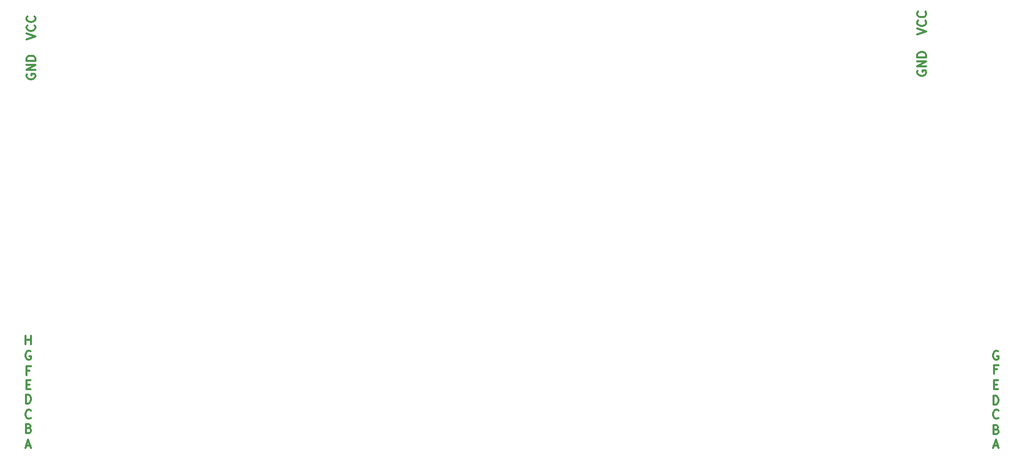
<source format=gbr>
G04 (created by PCBNEW (2013-07-07 BZR 4022)-stable) date 12/17/2014 10:58:18 AM*
%MOIN*%
G04 Gerber Fmt 3.4, Leading zero omitted, Abs format*
%FSLAX34Y34*%
G01*
G70*
G90*
G04 APERTURE LIST*
%ADD10C,0.00590551*%
%ADD11C,0.011811*%
G04 APERTURE END LIST*
G54D10*
G54D11*
X97005Y-59597D02*
X96948Y-59569D01*
X96864Y-59569D01*
X96780Y-59597D01*
X96723Y-59654D01*
X96695Y-59710D01*
X96667Y-59822D01*
X96667Y-59907D01*
X96695Y-60019D01*
X96723Y-60075D01*
X96780Y-60132D01*
X96864Y-60160D01*
X96920Y-60160D01*
X97005Y-60132D01*
X97033Y-60104D01*
X97033Y-59907D01*
X96920Y-59907D01*
X96934Y-60795D02*
X96737Y-60795D01*
X96737Y-61105D02*
X96737Y-60514D01*
X97019Y-60514D01*
X96723Y-61819D02*
X96920Y-61819D01*
X97005Y-62128D02*
X96723Y-62128D01*
X96723Y-61538D01*
X97005Y-61538D01*
X96695Y-63152D02*
X96695Y-62561D01*
X96836Y-62561D01*
X96920Y-62589D01*
X96976Y-62646D01*
X97005Y-62702D01*
X97033Y-62814D01*
X97033Y-62899D01*
X97005Y-63011D01*
X96976Y-63068D01*
X96920Y-63124D01*
X96836Y-63152D01*
X96695Y-63152D01*
X97033Y-64041D02*
X97005Y-64069D01*
X96920Y-64097D01*
X96864Y-64097D01*
X96780Y-64069D01*
X96723Y-64012D01*
X96695Y-63956D01*
X96667Y-63844D01*
X96667Y-63759D01*
X96695Y-63647D01*
X96723Y-63591D01*
X96780Y-63534D01*
X96864Y-63506D01*
X96920Y-63506D01*
X97005Y-63534D01*
X97033Y-63562D01*
X96892Y-64811D02*
X96976Y-64839D01*
X97005Y-64867D01*
X97033Y-64924D01*
X97033Y-65008D01*
X97005Y-65064D01*
X96976Y-65092D01*
X96920Y-65120D01*
X96695Y-65120D01*
X96695Y-64530D01*
X96892Y-64530D01*
X96948Y-64558D01*
X96976Y-64586D01*
X97005Y-64642D01*
X97005Y-64699D01*
X96976Y-64755D01*
X96948Y-64783D01*
X96892Y-64811D01*
X96695Y-64811D01*
X96709Y-65897D02*
X96991Y-65897D01*
X96653Y-66065D02*
X96850Y-65475D01*
X97047Y-66065D01*
X32114Y-59136D02*
X32114Y-58546D01*
X32114Y-58827D02*
X32452Y-58827D01*
X32452Y-59136D02*
X32452Y-58546D01*
X32438Y-59597D02*
X32381Y-59569D01*
X32297Y-59569D01*
X32213Y-59597D01*
X32156Y-59654D01*
X32128Y-59710D01*
X32100Y-59822D01*
X32100Y-59907D01*
X32128Y-60019D01*
X32156Y-60075D01*
X32213Y-60132D01*
X32297Y-60160D01*
X32353Y-60160D01*
X32438Y-60132D01*
X32466Y-60104D01*
X32466Y-59907D01*
X32353Y-59907D01*
X32367Y-60874D02*
X32170Y-60874D01*
X32170Y-61183D02*
X32170Y-60593D01*
X32452Y-60593D01*
X32156Y-61819D02*
X32353Y-61819D01*
X32438Y-62128D02*
X32156Y-62128D01*
X32156Y-61538D01*
X32438Y-61538D01*
X32128Y-63073D02*
X32128Y-62483D01*
X32269Y-62483D01*
X32353Y-62511D01*
X32410Y-62567D01*
X32438Y-62623D01*
X32466Y-62736D01*
X32466Y-62820D01*
X32438Y-62933D01*
X32410Y-62989D01*
X32353Y-63045D01*
X32269Y-63073D01*
X32128Y-63073D01*
X32466Y-64041D02*
X32438Y-64069D01*
X32353Y-64097D01*
X32297Y-64097D01*
X32213Y-64069D01*
X32156Y-64012D01*
X32128Y-63956D01*
X32100Y-63844D01*
X32100Y-63759D01*
X32128Y-63647D01*
X32156Y-63591D01*
X32213Y-63534D01*
X32297Y-63506D01*
X32353Y-63506D01*
X32438Y-63534D01*
X32466Y-63562D01*
X32325Y-64732D02*
X32410Y-64760D01*
X32438Y-64789D01*
X32466Y-64845D01*
X32466Y-64929D01*
X32438Y-64985D01*
X32410Y-65014D01*
X32353Y-65042D01*
X32128Y-65042D01*
X32128Y-64451D01*
X32325Y-64451D01*
X32381Y-64479D01*
X32410Y-64507D01*
X32438Y-64564D01*
X32438Y-64620D01*
X32410Y-64676D01*
X32381Y-64704D01*
X32325Y-64732D01*
X32128Y-64732D01*
X32142Y-65897D02*
X32424Y-65897D01*
X32086Y-66065D02*
X32283Y-65475D01*
X32480Y-66065D01*
X32168Y-38740D02*
X32758Y-38543D01*
X32168Y-38346D01*
X32702Y-37812D02*
X32730Y-37840D01*
X32758Y-37924D01*
X32758Y-37980D01*
X32730Y-38065D01*
X32674Y-38121D01*
X32618Y-38149D01*
X32505Y-38177D01*
X32421Y-38177D01*
X32308Y-38149D01*
X32252Y-38121D01*
X32196Y-38065D01*
X32168Y-37980D01*
X32168Y-37924D01*
X32196Y-37840D01*
X32224Y-37812D01*
X32702Y-37221D02*
X32730Y-37249D01*
X32758Y-37334D01*
X32758Y-37390D01*
X32730Y-37474D01*
X32674Y-37530D01*
X32618Y-37559D01*
X32505Y-37587D01*
X32421Y-37587D01*
X32308Y-37559D01*
X32252Y-37530D01*
X32196Y-37474D01*
X32168Y-37390D01*
X32168Y-37334D01*
X32196Y-37249D01*
X32224Y-37221D01*
X32196Y-41079D02*
X32168Y-41136D01*
X32168Y-41220D01*
X32196Y-41304D01*
X32252Y-41361D01*
X32308Y-41389D01*
X32421Y-41417D01*
X32505Y-41417D01*
X32618Y-41389D01*
X32674Y-41361D01*
X32730Y-41304D01*
X32758Y-41220D01*
X32758Y-41164D01*
X32730Y-41079D01*
X32702Y-41051D01*
X32505Y-41051D01*
X32505Y-41164D01*
X32758Y-40798D02*
X32168Y-40798D01*
X32758Y-40461D01*
X32168Y-40461D01*
X32758Y-40179D02*
X32168Y-40179D01*
X32168Y-40039D01*
X32196Y-39955D01*
X32252Y-39898D01*
X32308Y-39870D01*
X32421Y-39842D01*
X32505Y-39842D01*
X32618Y-39870D01*
X32674Y-39898D01*
X32730Y-39955D01*
X32758Y-40039D01*
X32758Y-40179D01*
X91645Y-40843D02*
X91616Y-40899D01*
X91616Y-40984D01*
X91645Y-41068D01*
X91701Y-41124D01*
X91757Y-41152D01*
X91870Y-41181D01*
X91954Y-41181D01*
X92066Y-41152D01*
X92123Y-41124D01*
X92179Y-41068D01*
X92207Y-40984D01*
X92207Y-40928D01*
X92179Y-40843D01*
X92151Y-40815D01*
X91954Y-40815D01*
X91954Y-40928D01*
X92207Y-40562D02*
X91616Y-40562D01*
X92207Y-40224D01*
X91616Y-40224D01*
X92207Y-39943D02*
X91616Y-39943D01*
X91616Y-39803D01*
X91645Y-39718D01*
X91701Y-39662D01*
X91757Y-39634D01*
X91870Y-39606D01*
X91954Y-39606D01*
X92066Y-39634D01*
X92123Y-39662D01*
X92179Y-39718D01*
X92207Y-39803D01*
X92207Y-39943D01*
X91616Y-38425D02*
X92207Y-38228D01*
X91616Y-38031D01*
X92151Y-37497D02*
X92179Y-37525D01*
X92207Y-37609D01*
X92207Y-37665D01*
X92179Y-37750D01*
X92123Y-37806D01*
X92066Y-37834D01*
X91954Y-37862D01*
X91870Y-37862D01*
X91757Y-37834D01*
X91701Y-37806D01*
X91645Y-37750D01*
X91616Y-37665D01*
X91616Y-37609D01*
X91645Y-37525D01*
X91673Y-37497D01*
X92151Y-36906D02*
X92179Y-36934D01*
X92207Y-37019D01*
X92207Y-37075D01*
X92179Y-37159D01*
X92123Y-37215D01*
X92066Y-37244D01*
X91954Y-37272D01*
X91870Y-37272D01*
X91757Y-37244D01*
X91701Y-37215D01*
X91645Y-37159D01*
X91616Y-37075D01*
X91616Y-37019D01*
X91645Y-36934D01*
X91673Y-36906D01*
M02*

</source>
